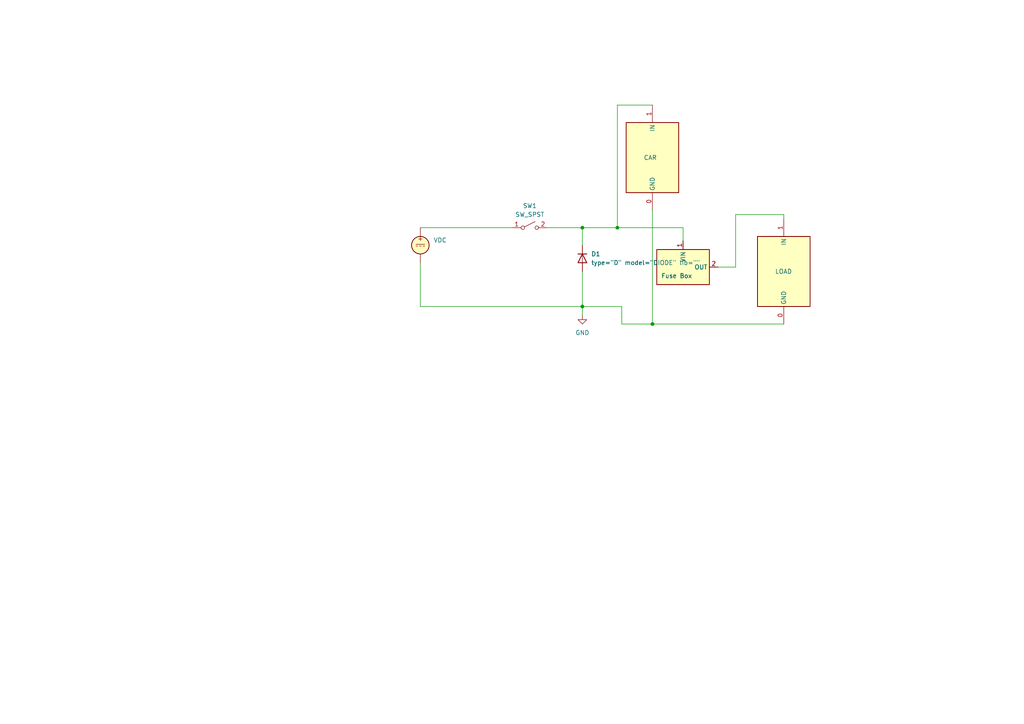
<source format=kicad_sch>
(kicad_sch (version 20211123) (generator eeschema)

  (uuid 928fda4b-0cc7-4d03-a136-66993989448d)

  (paper "A4")

  (lib_symbols
    (symbol "4xxx:14528" (in_bom yes) (on_board yes)
      (property "Reference" "U?" (id 0) (at 0 -12.7 0)
        (effects (font (size 1.27 1.27)))
      )
      (property "Value" "14528" (id 1) (at 0 -15.24 0)
        (effects (font (size 1.27 1.27)))
      )
      (property "Footprint" "" (id 2) (at 0 1.27 0)
        (effects (font (size 1.27 1.27)) hide)
      )
      (property "Datasheet" "https://www.onsemi.com/pub/Collateral/MC14528B-D.PDF" (id 3) (at 36.83 15.24 0)
        (effects (font (size 1.27 1.27)) hide)
      )
      (property "ki_locked" "" (id 4) (at 0 0 0)
        (effects (font (size 1.27 1.27)))
      )
      (property "ki_keywords" "CMOS" (id 5) (at 0 0 0)
        (effects (font (size 1.27 1.27)) hide)
      )
      (property "ki_description" "Monostable" (id 6) (at 0 0 0)
        (effects (font (size 1.27 1.27)) hide)
      )
      (property "ki_fp_filters" "DIP?16*" (id 7) (at 0 0 0)
        (effects (font (size 1.27 1.27)) hide)
      )
      (symbol "14528_1_0"
        (pin input line (at 1.27 -15.24 90) (length 5.08)
          (name "GND" (effects (font (size 1.27 1.27))))
          (number "0" (effects (font (size 1.27 1.27))))
        )
        (pin input line (at 1.27 15.24 270) (length 5.08)
          (name "IN" (effects (font (size 1.27 1.27))))
          (number "1" (effects (font (size 1.27 1.27))))
        )
      )
      (symbol "14528_1_1"
        (rectangle (start -6.35 10.16) (end 8.89 -10.16)
          (stroke (width 0.254) (type default) (color 0 0 0 0))
          (fill (type background))
        )
      )
      (symbol "14528_2_0"
        (pin output line (at 12.7 2.54 180) (length 5.08)
          (name "Q" (effects (font (size 1.27 1.27))))
          (number "10" (effects (font (size 1.27 1.27))))
        )
        (pin input inverted_clock (at -12.7 -2.54 0) (length 5.08)
          (name "Clk-" (effects (font (size 1.27 1.27))))
          (number "11" (effects (font (size 1.27 1.27))))
        )
        (pin input clock (at -12.7 2.54 0) (length 5.08)
          (name "Clk+" (effects (font (size 1.27 1.27))))
          (number "12" (effects (font (size 1.27 1.27))))
        )
        (pin input inverted (at -12.7 -7.62 0) (length 5.08)
          (name "R" (effects (font (size 1.27 1.27))))
          (number "13" (effects (font (size 1.27 1.27))))
        )
        (pin input line (at 5.08 15.24 270) (length 5.08)
          (name "RxCx" (effects (font (size 1.27 1.27))))
          (number "14" (effects (font (size 1.27 1.27))))
        )
        (pin input line (at -5.08 15.24 270) (length 5.08)
          (name "Cx" (effects (font (size 1.27 1.27))))
          (number "15" (effects (font (size 1.27 1.27))))
        )
        (pin output line (at 12.7 -2.54 180) (length 5.08)
          (name "~{Q}" (effects (font (size 1.27 1.27))))
          (number "9" (effects (font (size 1.27 1.27))))
        )
      )
      (symbol "14528_2_1"
        (rectangle (start -7.62 10.16) (end 7.62 -10.16)
          (stroke (width 0.254) (type default) (color 0 0 0 0))
          (fill (type background))
        )
      )
      (symbol "14528_3_0"
        (pin power_in line (at 0 15.24 270) (length 5.08)
          (name "VDD" (effects (font (size 1.27 1.27))))
          (number "16" (effects (font (size 1.27 1.27))))
        )
        (pin power_in line (at 0 -15.24 90) (length 5.08)
          (name "VSS" (effects (font (size 1.27 1.27))))
          (number "8" (effects (font (size 1.27 1.27))))
        )
      )
      (symbol "14528_3_1"
        (rectangle (start -7.62 10.16) (end 7.62 -10.16)
          (stroke (width 0.254) (type default) (color 0 0 0 0))
          (fill (type background))
        )
      )
    )
    (symbol "Power_Management:TPS2592xx" (in_bom yes) (on_board yes)
      (property "Reference" "U?" (id 0) (at 2.0194 10.16 0)
        (effects (font (size 1.27 1.27)) (justify left) hide)
      )
      (property "Value" "Fuse Box" (id 1) (at -6.35 -2.54 0)
        (effects (font (size 1.27 1.27)) (justify left))
      )
      (property "Footprint" "Package_SON:VSON-10-1EP_3x3mm_P0.5mm_EP1.65x2.4mm_ThermalVias" (id 2) (at -1.27 -16.51 0)
        (effects (font (size 1.27 1.27)) hide)
      )
      (property "Datasheet" "http://www.ti.com/lit/ds/symlink/tps25925.pdf" (id 3) (at -20.32 20.32 0)
        (effects (font (size 1.27 1.27)) hide)
      )
      (property "ki_keywords" "efuse protection switch" (id 4) (at 0 0 0)
        (effects (font (size 1.27 1.27)) hide)
      )
      (property "ki_description" "5V/12V eFuse Protection Switch (VSON-10)" (id 5) (at 0 0 0)
        (effects (font (size 1.27 1.27)) hide)
      )
      (property "ki_fp_filters" "VSON*1EP*3x3mm*P0.5mm*" (id 6) (at 0 0 0)
        (effects (font (size 1.27 1.27)) hide)
      )
      (symbol "TPS2592xx_0_1"
        (rectangle (start -7.62 5.08) (end 7.62 -5.08)
          (stroke (width 0.254) (type default) (color 0 0 0 0))
          (fill (type background))
        )
      )
      (symbol "TPS2592xx_1_1"
        (pin power_in line (at 0 7.62 270) (length 2.54)
          (name "VIN" (effects (font (size 1.27 1.27))))
          (number "1" (effects (font (size 1.27 1.27))))
        )
        (pin power_out line (at 10.16 0 180) (length 2.54)
          (name "OUT" (effects (font (size 1.27 1.27))))
          (number "2" (effects (font (size 1.27 1.27))))
        )
      )
    )
    (symbol "Simulation_SPICE:DIODE" (pin_numbers hide) (pin_names (offset 1.016) hide) (in_bom yes) (on_board yes)
      (property "Reference" "D" (id 0) (at 0 2.54 0)
        (effects (font (size 1.27 1.27)))
      )
      (property "Value" "DIODE" (id 1) (at 0 -2.54 0)
        (effects (font (size 1.27 1.27)))
      )
      (property "Footprint" "" (id 2) (at 0 0 0)
        (effects (font (size 1.27 1.27)) hide)
      )
      (property "Datasheet" "~" (id 3) (at 0 0 0)
        (effects (font (size 1.27 1.27)) hide)
      )
      (property "Spice_Netlist_Enabled" "Y" (id 4) (at 0 0 0)
        (effects (font (size 1.27 1.27)) (justify left) hide)
      )
      (property "Spice_Primitive" "D" (id 5) (at 0 0 0)
        (effects (font (size 1.27 1.27)) (justify left) hide)
      )
      (property "ki_keywords" "simulation" (id 6) (at 0 0 0)
        (effects (font (size 1.27 1.27)) hide)
      )
      (property "ki_description" "Diode, anode on pin 1, for simulation only!" (id 7) (at 0 0 0)
        (effects (font (size 1.27 1.27)) hide)
      )
      (symbol "DIODE_0_1"
        (polyline
          (pts
            (xy 1.27 0)
            (xy -1.27 0)
          )
          (stroke (width 0) (type default) (color 0 0 0 0))
          (fill (type none))
        )
        (polyline
          (pts
            (xy 1.27 1.27)
            (xy 1.27 -1.27)
          )
          (stroke (width 0.254) (type default) (color 0 0 0 0))
          (fill (type none))
        )
        (polyline
          (pts
            (xy -1.27 -1.27)
            (xy -1.27 1.27)
            (xy 1.27 0)
            (xy -1.27 -1.27)
          )
          (stroke (width 0.254) (type default) (color 0 0 0 0))
          (fill (type none))
        )
      )
      (symbol "DIODE_1_1"
        (pin passive line (at -3.81 0 0) (length 2.54)
          (name "A" (effects (font (size 1.27 1.27))))
          (number "1" (effects (font (size 1.27 1.27))))
        )
        (pin passive line (at 3.81 0 180) (length 2.54)
          (name "K" (effects (font (size 1.27 1.27))))
          (number "2" (effects (font (size 1.27 1.27))))
        )
      )
    )
    (symbol "Simulation_SPICE:VDC" (pin_numbers hide) (pin_names (offset 0.0254)) (in_bom yes) (on_board yes)
      (property "Reference" "V" (id 0) (at 2.54 2.54 0)
        (effects (font (size 1.27 1.27)) (justify left))
      )
      (property "Value" "VDC" (id 1) (at 2.54 0 0)
        (effects (font (size 1.27 1.27)) (justify left))
      )
      (property "Footprint" "" (id 2) (at 0 0 0)
        (effects (font (size 1.27 1.27)) hide)
      )
      (property "Datasheet" "~" (id 3) (at 0 0 0)
        (effects (font (size 1.27 1.27)) hide)
      )
      (property "Spice_Netlist_Enabled" "Y" (id 4) (at 0 0 0)
        (effects (font (size 1.27 1.27)) (justify left) hide)
      )
      (property "Spice_Primitive" "V" (id 5) (at 0 0 0)
        (effects (font (size 1.27 1.27)) (justify left) hide)
      )
      (property "Spice_Model" "dc(1)" (id 6) (at 2.54 -2.54 0)
        (effects (font (size 1.27 1.27)) (justify left))
      )
      (property "ki_keywords" "simulation" (id 7) (at 0 0 0)
        (effects (font (size 1.27 1.27)) hide)
      )
      (property "ki_description" "Voltage source, DC" (id 8) (at 0 0 0)
        (effects (font (size 1.27 1.27)) hide)
      )
      (symbol "VDC_0_0"
        (polyline
          (pts
            (xy -1.27 0.254)
            (xy 1.27 0.254)
          )
          (stroke (width 0) (type default) (color 0 0 0 0))
          (fill (type none))
        )
        (polyline
          (pts
            (xy -0.762 -0.254)
            (xy -1.27 -0.254)
          )
          (stroke (width 0) (type default) (color 0 0 0 0))
          (fill (type none))
        )
        (polyline
          (pts
            (xy 0.254 -0.254)
            (xy -0.254 -0.254)
          )
          (stroke (width 0) (type default) (color 0 0 0 0))
          (fill (type none))
        )
        (polyline
          (pts
            (xy 1.27 -0.254)
            (xy 0.762 -0.254)
          )
          (stroke (width 0) (type default) (color 0 0 0 0))
          (fill (type none))
        )
        (text "+" (at 0 1.905 0)
          (effects (font (size 1.27 1.27)))
        )
      )
      (symbol "VDC_0_1"
        (circle (center 0 0) (radius 2.54)
          (stroke (width 0.254) (type default) (color 0 0 0 0))
          (fill (type background))
        )
      )
      (symbol "VDC_1_1"
        (pin passive line (at 0 5.08 270) (length 2.54)
          (name "~" (effects (font (size 1.27 1.27))))
          (number "1" (effects (font (size 1.27 1.27))))
        )
        (pin passive line (at 0 -5.08 90) (length 2.54)
          (name "~" (effects (font (size 1.27 1.27))))
          (number "2" (effects (font (size 1.27 1.27))))
        )
      )
    )
    (symbol "Switch:SW_SPST" (pin_names (offset 0) hide) (in_bom yes) (on_board yes)
      (property "Reference" "SW" (id 0) (at 0 3.175 0)
        (effects (font (size 1.27 1.27)))
      )
      (property "Value" "SW_SPST" (id 1) (at 0 -2.54 0)
        (effects (font (size 1.27 1.27)))
      )
      (property "Footprint" "" (id 2) (at 0 0 0)
        (effects (font (size 1.27 1.27)) hide)
      )
      (property "Datasheet" "~" (id 3) (at 0 0 0)
        (effects (font (size 1.27 1.27)) hide)
      )
      (property "ki_keywords" "switch lever" (id 4) (at 0 0 0)
        (effects (font (size 1.27 1.27)) hide)
      )
      (property "ki_description" "Single Pole Single Throw (SPST) switch" (id 5) (at 0 0 0)
        (effects (font (size 1.27 1.27)) hide)
      )
      (symbol "SW_SPST_0_0"
        (circle (center -2.032 0) (radius 0.508)
          (stroke (width 0) (type default) (color 0 0 0 0))
          (fill (type none))
        )
        (polyline
          (pts
            (xy -1.524 0.254)
            (xy 1.524 1.778)
          )
          (stroke (width 0) (type default) (color 0 0 0 0))
          (fill (type none))
        )
        (circle (center 2.032 0) (radius 0.508)
          (stroke (width 0) (type default) (color 0 0 0 0))
          (fill (type none))
        )
      )
      (symbol "SW_SPST_1_1"
        (pin passive line (at -5.08 0 0) (length 2.54)
          (name "A" (effects (font (size 1.27 1.27))))
          (number "1" (effects (font (size 1.27 1.27))))
        )
        (pin passive line (at 5.08 0 180) (length 2.54)
          (name "B" (effects (font (size 1.27 1.27))))
          (number "2" (effects (font (size 1.27 1.27))))
        )
      )
    )
    (symbol "power:GND" (power) (pin_names (offset 0)) (in_bom yes) (on_board yes)
      (property "Reference" "#PWR" (id 0) (at 0 -6.35 0)
        (effects (font (size 1.27 1.27)) hide)
      )
      (property "Value" "GND" (id 1) (at 0 -3.81 0)
        (effects (font (size 1.27 1.27)))
      )
      (property "Footprint" "" (id 2) (at 0 0 0)
        (effects (font (size 1.27 1.27)) hide)
      )
      (property "Datasheet" "" (id 3) (at 0 0 0)
        (effects (font (size 1.27 1.27)) hide)
      )
      (property "ki_keywords" "power-flag" (id 4) (at 0 0 0)
        (effects (font (size 1.27 1.27)) hide)
      )
      (property "ki_description" "Power symbol creates a global label with name \"GND\" , ground" (id 5) (at 0 0 0)
        (effects (font (size 1.27 1.27)) hide)
      )
      (symbol "GND_0_1"
        (polyline
          (pts
            (xy 0 0)
            (xy 0 -1.27)
            (xy 1.27 -1.27)
            (xy 0 -2.54)
            (xy -1.27 -1.27)
            (xy 0 -1.27)
          )
          (stroke (width 0) (type default) (color 0 0 0 0))
          (fill (type none))
        )
      )
      (symbol "GND_1_1"
        (pin power_in line (at 0 0 270) (length 0) hide
          (name "GND" (effects (font (size 1.27 1.27))))
          (number "1" (effects (font (size 1.27 1.27))))
        )
      )
    )
  )

  (junction (at 168.91 88.9) (diameter 0) (color 0 0 0 0)
    (uuid 497bdab0-c74c-4a99-9398-531a77f6e2ea)
  )
  (junction (at 189.23 93.98) (diameter 0) (color 0 0 0 0)
    (uuid 8335667a-7d11-4954-8640-ddf6bd8e1b1b)
  )
  (junction (at 179.07 66.04) (diameter 0) (color 0 0 0 0)
    (uuid a709e5ab-7d3c-452e-b616-efe795b0f84a)
  )
  (junction (at 168.91 66.04) (diameter 0) (color 0 0 0 0)
    (uuid e0f12ea5-7262-42b8-a6ec-da87eb32d995)
  )

  (wire (pts (xy 168.91 91.44) (xy 168.91 88.9))
    (stroke (width 0) (type default) (color 0 0 0 0))
    (uuid 13b5feaa-27d2-4dfd-bc1e-952edd45455c)
  )
  (wire (pts (xy 180.34 88.9) (xy 168.91 88.9))
    (stroke (width 0) (type default) (color 0 0 0 0))
    (uuid 1f5ccc2c-070e-4c4c-93cd-55f7cffc8961)
  )
  (wire (pts (xy 179.07 30.48) (xy 179.07 66.04))
    (stroke (width 0) (type default) (color 0 0 0 0))
    (uuid 42b410d0-e60c-4e67-b6a9-9c7efd2c09b8)
  )
  (wire (pts (xy 189.23 93.98) (xy 180.34 93.98))
    (stroke (width 0) (type default) (color 0 0 0 0))
    (uuid 57579abb-0d59-4e26-b909-6e9fb01e5dbd)
  )
  (wire (pts (xy 227.33 62.23) (xy 227.33 63.5))
    (stroke (width 0) (type default) (color 0 0 0 0))
    (uuid 584ccbb8-6905-4dfe-9bf7-9139e9bdd554)
  )
  (wire (pts (xy 168.91 66.04) (xy 168.91 71.12))
    (stroke (width 0) (type default) (color 0 0 0 0))
    (uuid 62532b1c-5fc1-468e-b876-fd19271d18dc)
  )
  (wire (pts (xy 198.12 69.85) (xy 198.12 66.04))
    (stroke (width 0) (type default) (color 0 0 0 0))
    (uuid 6c910072-5b8f-4bf1-b302-fba4c8278b58)
  )
  (wire (pts (xy 227.33 93.98) (xy 189.23 93.98))
    (stroke (width 0) (type default) (color 0 0 0 0))
    (uuid 71226938-b909-4320-abe9-092beea15fea)
  )
  (wire (pts (xy 189.23 60.96) (xy 189.23 93.98))
    (stroke (width 0) (type default) (color 0 0 0 0))
    (uuid 82b3ce1b-d479-4134-8fa6-56fb8b85506b)
  )
  (wire (pts (xy 208.28 77.47) (xy 213.36 77.47))
    (stroke (width 0) (type default) (color 0 0 0 0))
    (uuid 984abc33-d278-4e54-923d-9e17e7132bd6)
  )
  (wire (pts (xy 213.36 77.47) (xy 213.36 62.23))
    (stroke (width 0) (type default) (color 0 0 0 0))
    (uuid 98cfa25b-40c6-4f44-b76a-ce0791ffcc6d)
  )
  (wire (pts (xy 198.12 66.04) (xy 179.07 66.04))
    (stroke (width 0) (type default) (color 0 0 0 0))
    (uuid b3306a9b-1e15-49eb-875e-6097a21374fb)
  )
  (wire (pts (xy 180.34 93.98) (xy 180.34 88.9))
    (stroke (width 0) (type default) (color 0 0 0 0))
    (uuid b7eceee4-3199-42c9-bf41-3289d9fb7678)
  )
  (wire (pts (xy 121.92 88.9) (xy 121.92 76.2))
    (stroke (width 0) (type default) (color 0 0 0 0))
    (uuid b960f528-d431-4bdb-bd79-e8a688f29253)
  )
  (wire (pts (xy 189.23 30.48) (xy 179.07 30.48))
    (stroke (width 0) (type default) (color 0 0 0 0))
    (uuid c0b63634-0dc2-45b3-9108-98080280f984)
  )
  (wire (pts (xy 168.91 88.9) (xy 121.92 88.9))
    (stroke (width 0) (type default) (color 0 0 0 0))
    (uuid d3009863-d384-4f1e-9447-761c94a3c8c5)
  )
  (wire (pts (xy 121.92 66.04) (xy 148.59 66.04))
    (stroke (width 0) (type default) (color 0 0 0 0))
    (uuid d399c795-7a04-401b-bef9-587172078eb4)
  )
  (wire (pts (xy 158.75 66.04) (xy 168.91 66.04))
    (stroke (width 0) (type default) (color 0 0 0 0))
    (uuid d8e37017-0a27-44ec-b6cf-3226fb525cf0)
  )
  (wire (pts (xy 213.36 62.23) (xy 227.33 62.23))
    (stroke (width 0) (type default) (color 0 0 0 0))
    (uuid e084a066-beae-4eba-b475-81a4762bd0db)
  )
  (wire (pts (xy 179.07 66.04) (xy 168.91 66.04))
    (stroke (width 0) (type default) (color 0 0 0 0))
    (uuid f45a52e0-4acc-486f-b4a5-bdc23f2e8948)
  )
  (wire (pts (xy 168.91 78.74) (xy 168.91 88.9))
    (stroke (width 0) (type default) (color 0 0 0 0))
    (uuid fc107838-20ac-411e-802a-2967c34d20b6)
  )

  (symbol (lib_id "Simulation_SPICE:VDC") (at 121.92 71.12 0) (unit 1)
    (in_bom yes) (on_board yes) (fields_autoplaced)
    (uuid 42e3d05f-f7fb-4e82-bdfe-d6451f027470)
    (property "Reference" "V?" (id 0) (at 125.73 68.3901 0)
      (effects (font (size 1.27 1.27)) (justify left) hide)
    )
    (property "Value" "VDC" (id 1) (at 125.73 69.6601 0)
      (effects (font (size 1.27 1.27)) (justify left))
    )
    (property "Footprint" "" (id 2) (at 121.92 71.12 0)
      (effects (font (size 1.27 1.27)) hide)
    )
    (property "Datasheet" "~" (id 3) (at 121.92 71.12 0)
      (effects (font (size 1.27 1.27)) hide)
    )
    (property "Spice_Netlist_Enabled" "Y" (id 4) (at 121.92 71.12 0)
      (effects (font (size 1.27 1.27)) (justify left) hide)
    )
    (property "Spice_Primitive" "V" (id 5) (at 121.92 71.12 0)
      (effects (font (size 1.27 1.27)) (justify left) hide)
    )
    (property "Spice_Model" "12 V" (id 6) (at 125.73 72.2001 0)
      (effects (font (size 1.27 1.27)) (justify left))
    )
    (pin "1" (uuid 061bebd9-de55-4808-8531-68fe6c33e0d9))
    (pin "2" (uuid d31ffba0-2dc2-430d-bf11-b274fa012a11))
  )

  (symbol (lib_id "Power_Management:TPS2592xx") (at 198.12 77.47 0) (unit 1)
    (in_bom yes) (on_board yes) (fields_autoplaced)
    (uuid 5f4874a0-1c72-494b-83b9-fc5f84cbcb60)
    (property "Reference" "U?" (id 0) (at 200.1394 67.31 0)
      (effects (font (size 1.27 1.27)) (justify left) hide)
    )
    (property "Value" "Fuse Box" (id 1) (at 191.77 80.01 0)
      (effects (font (size 1.27 1.27)) (justify left))
    )
    (property "Footprint" "Package_SON:VSON-10-1EP_3x3mm_P0.5mm_EP1.65x2.4mm_ThermalVias" (id 2) (at 196.85 93.98 0)
      (effects (font (size 1.27 1.27)) hide)
    )
    (property "Datasheet" "http://www.ti.com/lit/ds/symlink/tps25925.pdf" (id 3) (at 177.8 57.15 0)
      (effects (font (size 1.27 1.27)) hide)
    )
    (pin "1" (uuid 4ab102cc-2b8f-4206-8d8b-e93c39bd8034))
    (pin "2" (uuid 4c79e019-1c30-40a3-8c60-2d3dd18204cc))
  )

  (symbol (lib_id "4xxx:14528") (at 226.06 78.74 0) (unit 1)
    (in_bom yes) (on_board yes)
    (uuid 66fd01ff-127d-4b72-82eb-1add4a2116ad)
    (property "Reference" "U?" (id 0) (at 226.06 91.44 0)
      (effects (font (size 1.27 1.27)) hide)
    )
    (property "Value" "LOAD" (id 1) (at 224.79 78.74 0)
      (effects (font (size 1.27 1.27)) (justify left))
    )
    (property "Footprint" "" (id 2) (at 226.06 77.47 0)
      (effects (font (size 1.27 1.27)) hide)
    )
    (property "Datasheet" "https://www.onsemi.com/pub/Collateral/MC14528B-D.PDF" (id 3) (at 262.89 63.5 0)
      (effects (font (size 1.27 1.27)) hide)
    )
    (pin "0" (uuid 88967d38-755c-4bc6-8d97-05ed20d3c934))
    (pin "1" (uuid 7573da24-b684-4e7f-bc10-2fec533e6e27))
    (pin "10" (uuid 5d5bb86b-28b2-4ba9-a94e-c90f54560ab4))
    (pin "11" (uuid 28979f17-65e2-4b63-a8b2-e268542b0394))
    (pin "12" (uuid 473bec38-24e3-4307-9a46-b92a0e02015a))
    (pin "13" (uuid 47daa6fc-50d9-4448-bb11-bfe64975e65c))
    (pin "14" (uuid 2c582f1a-9f92-4acf-9a67-90566713c20c))
    (pin "15" (uuid a4177137-0b54-427a-b370-5db5b277822f))
    (pin "9" (uuid 73e12e8e-72a0-4662-93b5-8e581b68d3ae))
    (pin "16" (uuid 130a5b67-3505-40e6-9d72-00fb91d2d87e))
    (pin "8" (uuid 2cedcb03-82d4-48cd-84a2-f741f0d90149))
  )

  (symbol (lib_id "4xxx:14528") (at 187.96 45.72 0) (unit 1)
    (in_bom yes) (on_board yes)
    (uuid 675b74eb-d080-40f1-b525-d0690354826a)
    (property "Reference" "U?" (id 0) (at 187.96 58.42 0)
      (effects (font (size 1.27 1.27)) hide)
    )
    (property "Value" "CAR" (id 1) (at 186.69 45.72 0)
      (effects (font (size 1.27 1.27)) (justify left))
    )
    (property "Footprint" "" (id 2) (at 187.96 44.45 0)
      (effects (font (size 1.27 1.27)) hide)
    )
    (property "Datasheet" "https://www.onsemi.com/pub/Collateral/MC14528B-D.PDF" (id 3) (at 224.79 30.48 0)
      (effects (font (size 1.27 1.27)) hide)
    )
    (pin "0" (uuid 44266536-a74b-4231-8f99-bb9719e5ffaf))
    (pin "1" (uuid 547f1756-428c-4ef7-bd56-586039ff881a))
    (pin "10" (uuid 5d5bb86b-28b2-4ba9-a94e-c90f54560ab4))
    (pin "11" (uuid 28979f17-65e2-4b63-a8b2-e268542b0394))
    (pin "12" (uuid 473bec38-24e3-4307-9a46-b92a0e02015a))
    (pin "13" (uuid 47daa6fc-50d9-4448-bb11-bfe64975e65c))
    (pin "14" (uuid 2c582f1a-9f92-4acf-9a67-90566713c20c))
    (pin "15" (uuid a4177137-0b54-427a-b370-5db5b277822f))
    (pin "9" (uuid 73e12e8e-72a0-4662-93b5-8e581b68d3ae))
    (pin "16" (uuid 130a5b67-3505-40e6-9d72-00fb91d2d87e))
    (pin "8" (uuid 2cedcb03-82d4-48cd-84a2-f741f0d90149))
  )

  (symbol (lib_id "Simulation_SPICE:DIODE") (at 168.91 74.93 90) (unit 1)
    (in_bom yes) (on_board yes) (fields_autoplaced)
    (uuid b177d74a-293e-4053-b4b0-a941a7db8f12)
    (property "Reference" "D1" (id 0) (at 171.45 73.6599 90)
      (effects (font (size 1.27 1.27)) (justify right))
    )
    (property "Value" "DIODE" (id 1) (at 171.45 76.1999 90)
      (effects (font (size 1.27 1.27)) (justify right))
    )
    (property "Footprint" "" (id 2) (at 168.91 74.93 0)
      (effects (font (size 1.27 1.27)) hide)
    )
    (property "Datasheet" "~" (id 3) (at 168.91 74.93 0)
      (effects (font (size 1.27 1.27)) hide)
    )
    (property "Spice_Netlist_Enabled" "Y" (id 4) (at 168.91 74.93 0)
      (effects (font (size 1.27 1.27)) (justify left) hide)
    )
    (property "Spice_Primitive" "D" (id 5) (at 168.91 74.93 0)
      (effects (font (size 1.27 1.27)) (justify left) hide)
    )
    (pin "1" (uuid d0ae525d-221f-4009-b645-67c42886b2b3))
    (pin "2" (uuid 6eaa5d5c-d924-4966-b5b2-ed2f3935df5b))
  )

  (symbol (lib_id "Switch:SW_SPST") (at 153.67 66.04 0) (unit 1)
    (in_bom yes) (on_board yes) (fields_autoplaced)
    (uuid bfb6eaa8-934d-426a-a8ba-fb99e6ed6eaf)
    (property "Reference" "SW1" (id 0) (at 153.67 59.69 0))
    (property "Value" "SW_SPST" (id 1) (at 153.67 62.23 0))
    (property "Footprint" "" (id 2) (at 153.67 66.04 0)
      (effects (font (size 1.27 1.27)) hide)
    )
    (property "Datasheet" "~" (id 3) (at 153.67 66.04 0)
      (effects (font (size 1.27 1.27)) hide)
    )
    (pin "1" (uuid 6c013dda-01c3-4265-8eec-a48bfc577490))
    (pin "2" (uuid 6f5a05f0-c210-45e0-9c71-bf2068b0e612))
  )

  (symbol (lib_id "power:GND") (at 168.91 91.44 0) (unit 1)
    (in_bom yes) (on_board yes) (fields_autoplaced)
    (uuid ff68d444-155c-4bd1-89e1-fa37626aaee9)
    (property "Reference" "#PWR?" (id 0) (at 168.91 97.79 0)
      (effects (font (size 1.27 1.27)) hide)
    )
    (property "Value" "GND" (id 1) (at 168.91 96.52 0))
    (property "Footprint" "" (id 2) (at 168.91 91.44 0)
      (effects (font (size 1.27 1.27)) hide)
    )
    (property "Datasheet" "" (id 3) (at 168.91 91.44 0)
      (effects (font (size 1.27 1.27)) hide)
    )
    (pin "1" (uuid b85dc27d-edb1-47ed-a134-7dfbb034cc90))
  )

  (sheet_instances
    (path "/" (page "1"))
  )

  (symbol_instances
    (path "/ff68d444-155c-4bd1-89e1-fa37626aaee9"
      (reference "#PWR?") (unit 1) (value "GND") (footprint "")
    )
    (path "/b177d74a-293e-4053-b4b0-a941a7db8f12"
      (reference "D1") (unit 1) (value "DIODE") (footprint "")
    )
    (path "/bfb6eaa8-934d-426a-a8ba-fb99e6ed6eaf"
      (reference "SW1") (unit 1) (value "SW_SPST") (footprint "")
    )
    (path "/5f4874a0-1c72-494b-83b9-fc5f84cbcb60"
      (reference "U?") (unit 1) (value "Fuse Box") (footprint "Package_SON:VSON-10-1EP_3x3mm_P0.5mm_EP1.65x2.4mm_ThermalVias")
    )
    (path "/66fd01ff-127d-4b72-82eb-1add4a2116ad"
      (reference "U?") (unit 1) (value "LOAD") (footprint "")
    )
    (path "/675b74eb-d080-40f1-b525-d0690354826a"
      (reference "U?") (unit 1) (value "CAR") (footprint "")
    )
    (path "/42e3d05f-f7fb-4e82-bdfe-d6451f027470"
      (reference "V?") (unit 1) (value "VDC") (footprint "")
    )
  )
)

</source>
